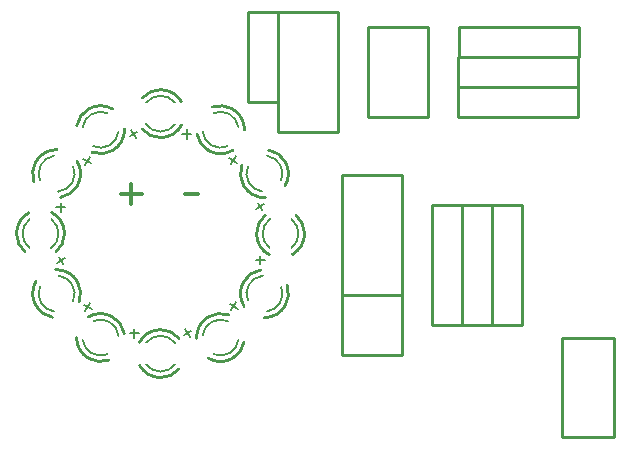
<source format=gto>
G04 DipTrace 2.4.0.2*
%INTopSilk.gbr*%
%MOIN*%
%ADD10C,0.0098*%
%ADD18C,0.01*%
%ADD37C,0.006*%
%ADD38C,0.005*%
%ADD77C,0.0124*%
%FSLAX44Y44*%
G04*
G70*
G90*
G75*
G01*
%LNTopSilk*%
%LPD*%
X17450Y20510D2*
D10*
X15450D1*
Y17510D1*
X17450D1*
Y20510D1*
X14450Y21010D2*
X12450D1*
Y17010D1*
X14450D1*
Y21010D1*
X18453Y20510D2*
X22453D1*
Y19510D1*
X18453D1*
Y20510D1*
X18450Y19513D2*
X22451D1*
Y18513D1*
X18450D1*
Y19513D1*
Y18513D2*
X22451D1*
Y17513D1*
X18450D1*
Y18513D1*
X12450Y21010D2*
X11450D1*
Y18010D1*
X12450D1*
Y21010D1*
X20564Y14592D2*
X19564D1*
Y10592D1*
X20564D1*
Y14592D1*
X19564D2*
X18564D1*
Y10592D1*
X19564D1*
Y14592D1*
X18561Y14589D2*
X17561D1*
Y10589D1*
X18561D1*
Y14589D1*
X21903Y6857D2*
X23635D1*
Y10164D1*
X21903D1*
Y6857D1*
X8520Y10230D2*
D37*
G02X9008Y9979I0J-600D01*
G01*
X8040Y9990D2*
G02X8520Y10230I480J-361D01*
G01*
Y9030D2*
G03X8994Y9262I0J600D01*
G01*
X8046D2*
G03X8520Y9030I474J368D01*
G01*
Y10430D2*
D18*
G02X9135Y10142I0J-799D01*
G01*
X7814Y10007D2*
G02X8520Y10430I706J-377D01*
G01*
Y8830D2*
G03X9131Y9114I0J800D01*
G01*
X7825Y9233D2*
G03X8520Y8830I695J397D01*
G01*
X7500Y10310D2*
D38*
X7790D1*
X7640Y10150D2*
Y10460D1*
X11464Y15330D2*
D37*
G02X11437Y15879I520J300D01*
G01*
X11912Y15035D2*
G02X11464Y15330I72J595D01*
G01*
X12504Y15930D2*
G03X12066Y16225I-519J-299D01*
G01*
X12540Y15404D2*
G03X12504Y15930I-556J226D01*
G01*
X11291Y15230D2*
D18*
G02X11233Y15906I691J400D01*
G01*
X12011Y14831D2*
G02X11291Y15230I-27J800D01*
G01*
X12677Y16030D2*
G03X12126Y16418I-693J-401D01*
G01*
X12675Y15227D2*
G03X12677Y16030I-691J403D01*
G01*
X11905Y14407D2*
D38*
X11760Y14658D1*
X11974Y14608D2*
X11705Y14453D1*
X10220Y16575D2*
D37*
G02X9923Y17037I299J519D01*
G01*
X10756Y16543D2*
G02X10220Y16575I-236J553D01*
G01*
X10820Y17615D2*
G03X10294Y17651I-300J-520D01*
G01*
X11114Y17177D2*
G03X10820Y17615I-595J-83D01*
G01*
X10120Y16402D2*
D18*
G02X9732Y16958I400J693D01*
G01*
X10943Y16415D2*
G02X10120Y16402I-423J680D01*
G01*
X10920Y17788D2*
G03X10249Y17848I-400J-693D01*
G01*
X11320Y17091D2*
G03X10920Y17788I-800J4D01*
G01*
X11063Y15996D2*
D38*
X10812Y16141D1*
X11022Y16204D2*
X10867Y15936D1*
X10220Y10686D2*
D37*
G02X10769Y10713I300J-520D01*
G01*
X9924Y10238D2*
G02X10220Y10686I595J-72D01*
G01*
X10820Y9647D2*
G03X11114Y10084I-299J519D01*
G01*
X10294Y9611D2*
G03X10820Y9647I226J556D01*
G01*
X10120Y10860D2*
D18*
G02X10796Y10918I400J-691D01*
G01*
X9720Y10140D2*
G02X10120Y10860I800J27D01*
G01*
X10920Y9474D2*
G03X11307Y10024I-401J693D01*
G01*
X10117Y9475D2*
G03X10920Y9474I403J691D01*
G01*
X9297Y10245D2*
D38*
X9548Y10390D1*
X9498Y10177D2*
X9343Y10445D1*
X5120Y13630D2*
D37*
G02X4869Y13142I-600J0D01*
G01*
X4880Y14110D2*
G02X5120Y13630I-361J-480D01*
G01*
X3920D2*
G03X4152Y13157I600J0D01*
G01*
Y14104D2*
G03X3920Y13630I368J-474D01*
G01*
X5320D2*
D18*
G02X5032Y13016I-799J0D01*
G01*
X4897Y14336D2*
G02X5320Y13630I-377J-706D01*
G01*
X3720D2*
G03X4003Y13020I800J0D01*
G01*
X4123Y14325D2*
G03X3720Y13630I397J-695D01*
G01*
X5200Y14650D2*
D38*
Y14360D1*
X5040Y14510D2*
X5350D1*
X8520Y17030D2*
D37*
G02X8032Y17282I0J600D01*
G01*
X9000Y17270D2*
G02X8520Y17030I-480J361D01*
G01*
Y18230D2*
G03X8046Y17999I0J-600D01*
G01*
X8994D2*
G03X8520Y18230I-474J-368D01*
G01*
Y16830D2*
D18*
G02X7905Y17118I0J799D01*
G01*
X9226Y17254D2*
G02X8520Y16830I-706J377D01*
G01*
Y18430D2*
G03X7909Y18147I0J-800D01*
G01*
X9215Y18027D2*
G03X8520Y18430I-695J-397D01*
G01*
X9540Y16950D2*
D38*
X9250D1*
X9400Y17110D2*
Y16800D1*
X11465Y11930D2*
D37*
G02X11927Y12228I519J-299D01*
G01*
X11433Y11395D2*
G02X11465Y11930I553J236D01*
G01*
X12504Y11330D2*
G03X12541Y11856I-520J300D01*
G01*
X12067Y11036D2*
G03X12504Y11330I-83J595D01*
G01*
X11291Y12030D2*
D18*
G02X11848Y12419I693J-400D01*
G01*
X11305Y11207D2*
G02X11291Y12030I680J423D01*
G01*
X12678Y11230D2*
G03X12738Y11901I-693J400D01*
G01*
X11981Y10830D2*
G03X12678Y11230I4J800D01*
G01*
X10885Y11087D2*
D38*
X11030Y11338D1*
X11094Y11128D2*
X10825Y11283D1*
X5576Y11930D2*
D37*
G02X5603Y11382I-520J-300D01*
G01*
X5128Y12226D2*
G02X5576Y11930I-72J-595D01*
G01*
X4536Y11330D2*
G03X4974Y11036I519J299D01*
G01*
X4500Y11856D2*
G03X4536Y11330I556J-226D01*
G01*
X5749Y12030D2*
D18*
G02X5807Y11354I-691J-400D01*
G01*
X5029Y12430D2*
G02X5749Y12030I27J-800D01*
G01*
X4363Y11230D2*
G03X4914Y10843I693J401D01*
G01*
X4365Y12033D2*
G03X4363Y11230I691J-403D01*
G01*
X5135Y12854D2*
D38*
X5280Y12603D1*
X5067Y12652D2*
X5335Y12807D1*
X6820Y16574D2*
D37*
G02X6271Y16548I-300J520D01*
G01*
X7116Y17022D2*
G02X6820Y16574I-595J72D01*
G01*
X6220Y17614D2*
G03X5926Y17176I299J-519D01*
G01*
X6746Y17650D2*
G03X6220Y17614I-226J-556D01*
G01*
X6920Y16401D2*
D18*
G02X6244Y16343I-400J691D01*
G01*
X7320Y17121D2*
G02X6920Y16401I-800J-27D01*
G01*
X6120Y17787D2*
G03X5733Y17236I401J-693D01*
G01*
X6923Y17785D2*
G03X6120Y17787I-403J-691D01*
G01*
X7743Y17015D2*
D38*
X7492Y16870D1*
X7542Y17084D2*
X7697Y16815D1*
X11920Y13630D2*
D37*
G02X12171Y14119I600J0D01*
G01*
X12160Y13150D2*
G02X11920Y13630I361J480D01*
G01*
X13120D2*
G03X12888Y14104I-600J0D01*
G01*
Y13157D2*
G03X13120Y13630I-368J474D01*
G01*
X11720D2*
D18*
G02X12008Y14245I799J0D01*
G01*
X12143Y12924D2*
G02X11720Y13630I377J706D01*
G01*
X13320D2*
G03X13037Y14241I-800J0D01*
G01*
X12917Y12936D2*
G03X13320Y13630I-397J695D01*
G01*
X11840Y12610D2*
D38*
Y12900D1*
X12000Y12750D2*
X11690D1*
X6820Y10686D2*
D37*
G02X7117Y10224I-299J-519D01*
G01*
X6284Y10718D2*
G02X6820Y10686I236J-553D01*
G01*
X6220Y9646D2*
G03X6746Y9610I300J520D01*
G01*
X5926Y10084D2*
G03X6220Y9646I595J83D01*
G01*
X6920Y10859D2*
D18*
G02X7308Y10302I-400J-693D01*
G01*
X6097Y10845D2*
G02X6920Y10859I423J-680D01*
G01*
X6120Y9473D2*
G03X6791Y9413I400J693D01*
G01*
X5720Y10169D2*
G03X6120Y9473I800J-4D01*
G01*
X5977Y11265D2*
D38*
X6228Y11120D1*
X6018Y11056D2*
X6173Y11325D1*
X5575Y15330D2*
D37*
G02X5113Y15033I-519J299D01*
G01*
X5608Y15866D2*
G02X5575Y15330I-553J-236D01*
G01*
X4536Y15930D2*
G03X4499Y15404I520J-300D01*
G01*
X4973Y16225D2*
G03X4536Y15930I83J-595D01*
G01*
X5749Y15230D2*
D18*
G02X5192Y14842I-693J400D01*
G01*
X5735Y16053D2*
G02X5749Y15230I-680J-423D01*
G01*
X4362Y16030D2*
G03X4302Y15360I693J-400D01*
G01*
X5059Y16430D2*
G03X4362Y16030I-4J-800D01*
G01*
X6155Y16174D2*
D38*
X6010Y15923D1*
X5946Y16133D2*
X6215Y15978D1*
X16565Y15588D2*
D10*
X14565D1*
Y11588D1*
X16565D1*
Y15588D1*
X14570Y9590D2*
X16570D1*
Y11590D1*
X14570D1*
Y9590D1*
X9332Y14957D2*
D77*
X9774D1*
X7551Y15301D2*
Y14612D1*
X7207Y14956D2*
X7896D1*
M02*

</source>
